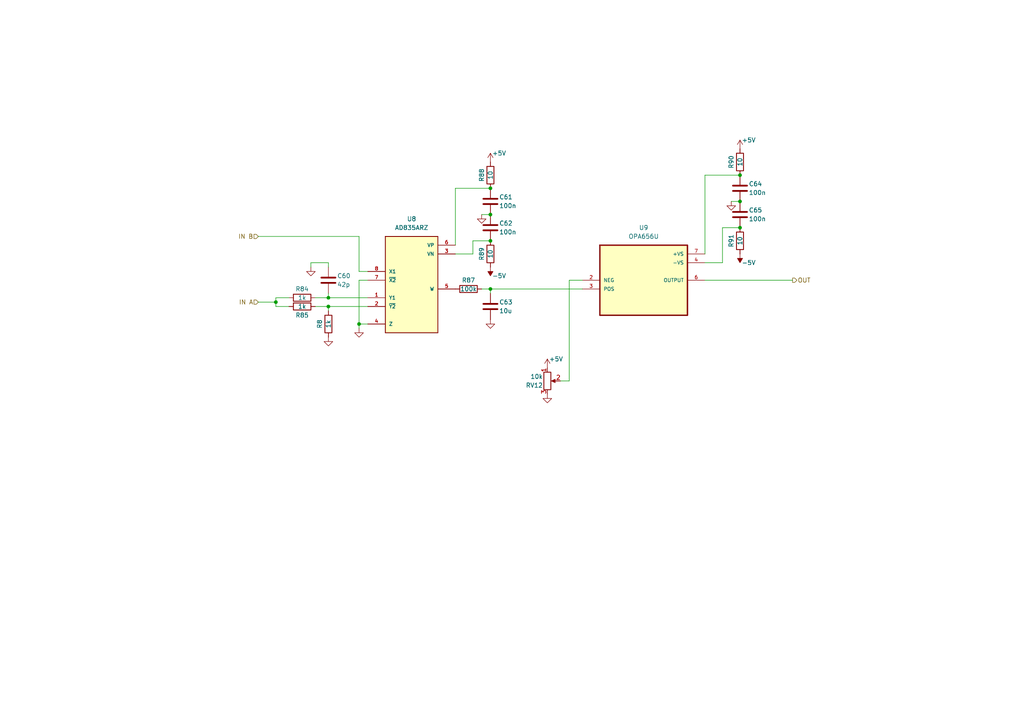
<source format=kicad_sch>
(kicad_sch (version 20230121) (generator eeschema)
  (paper "A4")
  (lib_symbols
    (symbol "AD835ARZ:AD835ARZ" (pin_names (offset 1.016))
      (property "Reference" "U" (at -7.6239 15.8832 0))
      (property "Value" "AD835ARZ" (at -7.6214 -15.2428 0))
      (symbol "AD835ARZ_0_0"
        (rectangle (start -7.62 -12.7) (end 7.62 15.24) (stroke (width 0.254)) (fill (type background)))
        (pin input line (at -12.7 -2.54 0) (length 5.08) (name "Y1") (number "1"))
        (pin input line (at -12.7 -5.08 0) (length 5.08) (name "~{Y2}") (number "2"))
        (pin power_in line (at 12.7 10.16 180) (length 5.08) (name "VN") (number "3"))
        (pin input line (at -12.7 -10.16 0) (length 5.08) (name "Z") (number "4"))
        (pin output line (at 12.7 0 180) (length 5.08) (name "W") (number "5"))
        (pin power_in line (at 12.7 12.7 180) (length 5.08) (name "VP") (number "6"))
        (pin input line (at -12.7 2.54 0) (length 5.08) (name "~{X2}") (number "7"))
        (pin input line (at -12.7 5.08 0) (length 5.08) (name "X1") (number "8"))
      )
    )
    (symbol "Device:C" (pin_numbers hide) (pin_names (offset 0.254))
      (property "Reference" "C" (at 0.635 2.54 0))
      (property "Value" "C" (at 0.635 -2.54 0))
      (symbol "C_0_1"
        (polyline (pts (xy -2.032 -0.762) (xy 2.032 -0.762)) (stroke (width 0.508)))
        (polyline (pts (xy -2.032 0.762) (xy 2.032 0.762)) (stroke (width 0.508)))
      )
      (symbol "C_1_1"
        (pin passive line (at 0 3.81 270) (length 2.794) (name "~") (number "1"))
        (pin passive line (at 0 -3.81 90) (length 2.794) (name "~") (number "2"))
      )
    )
    (symbol "Device:R" (pin_numbers hide) (pin_names (offset 0))
      (property "Reference" "R" (at 2.032 0 90))
      (property "Value" "R" (at 0 0 90))
      (symbol "R_0_1"
        (rectangle (start -1.016 -2.54) (end 1.016 2.54) (stroke (width 0.254)))
      )
      (symbol "R_1_1"
        (pin passive line (at 0 3.81 270) (length 1.27) (name "~") (number "1"))
        (pin passive line (at 0 -3.81 90) (length 1.27) (name "~") (number "2"))
      )
    )
    (symbol "Device:R_Potentiometer" (pin_names (offset 1.016) hide)
      (property "Reference" "RV" (at -4.445 0 90))
      (property "Value" "R_Potentiometer" (at -2.54 0 90))
      (symbol "R_Potentiometer_0_1"
        (polyline (pts (xy 2.54 0) (xy 1.524 0)))
        (polyline (pts (xy 1.143 0) (xy 2.286 0.508) (xy 2.286 -0.508) (xy 1.143 0)) (fill (type outline)))
        (rectangle (start 1.016 2.54) (end -1.016 -2.54) (stroke (width 0.254)))
      )
      (symbol "R_Potentiometer_1_1"
        (pin passive line (at 0 3.81 270) (length 1.27) (name "1") (number "1"))
        (pin passive line (at 3.81 0 180) (length 1.27) (name "2") (number "2"))
        (pin passive line (at 0 -3.81 90) (length 1.27) (name "3") (number "3"))
      )
    )
    (symbol "OPA656U:OPA656U" (pin_names (offset 1.016))
      (property "Reference" "U" (at -12.7 11.16 0))
      (property "Value" "OPA656U" (at -12.7 -14.16 0))
      (symbol "OPA656U_0_0"
        (rectangle (start -12.7 -10.16) (end 12.7 10.16) (stroke (width 0.41)) (fill (type background)))
        (pin input line (at -17.78 0 0) (length 5.08) (name "NEG") (number "2"))
        (pin input line (at -17.78 -2.54 0) (length 5.08) (name "POS") (number "3"))
        (pin power_in line (at 17.78 5.08 180) (length 5.08) (name "-VS") (number "4"))
        (pin output line (at 17.78 0 180) (length 5.08) (name "OUTPUT") (number "6"))
        (pin power_in line (at 17.78 7.62 180) (length 5.08) (name "+VS") (number "7"))
      )
    )
    (symbol "power:+5V" (power) (pin_names (offset 0))
      (property "Value" "+5V" (at 0 3.556 0))
      (symbol "+5V_0_1"
        (polyline (pts (xy -0.762 1.27) (xy 0 2.54)))
        (polyline (pts (xy 0 0) (xy 0 2.54)))
        (polyline (pts (xy 0 2.54) (xy 0.762 1.27)))
      )
      (symbol "+5V_1_1"
        (pin power_in line (at 0 0 90) (length 0) hide (name "+5V") (number "1"))
      )
    )
    (symbol "power:-5V" (power) (pin_names (offset 0))
      (property "Value" "-5V" (at 0 3.81 0))
      (symbol "-5V_0_0"
        (pin power_in line (at 0 0 90) (length 0) hide (name "-5V") (number "1"))
      )
      (symbol "-5V_0_1"
        (polyline (pts (xy 0 0) (xy 0 1.27) (xy 0.762 1.27) (xy 0 2.54) (xy -0.762 1.27) (xy 0 1.27)) (fill (type outline)))
      )
    )
    (symbol "power:GND" (power) (pin_names (offset 0))
      (property "Value" "GND" (at 0 -3.81 0))
      (symbol "GND_0_1"
        (polyline (pts (xy 0 0) (xy 0 -1.27) (xy 1.27 -1.27) (xy 0 -2.54) (xy -1.27 -1.27) (xy 0 -1.27)))
      )
      (symbol "GND_1_1"
        (pin power_in line (at 0 0 270) (length 0) hide (name "GND") (number "1"))
      )
    )
  )
  (junction (at 214.63 50.8))
  (junction (at 80.01 87.63))
  (junction (at 214.63 66.04))
  (junction (at 142.24 69.85))
  (junction (at 142.24 83.82))
  (junction (at 214.63 58.42))
  (junction (at 95.25 86.36))
  (junction (at 142.24 62.23))
  (junction (at 95.25 88.9))
  (junction (at 104.14 93.98))
  (junction (at 142.24 54.61))
  (wire (pts (xy 204.47 50.8) (xy 214.63 50.8)))
  (wire (pts (xy 95.25 88.9) (xy 95.25 90.17)))
  (wire (pts (xy 212.09 58.42) (xy 214.63 58.42)))
  (wire (pts (xy 91.44 88.9) (xy 95.25 88.9)))
  (wire (pts (xy 74.93 68.58) (xy 104.14 68.58)))
  (wire (pts (xy 80.01 87.63) (xy 80.01 88.9)))
  (wire (pts (xy 137.16 73.66) (xy 132.08 73.66)))
  (wire (pts (xy 165.1 110.49) (xy 165.1 81.28)))
  (wire (pts (xy 162.56 110.49) (xy 165.1 110.49)))
  (wire (pts (xy 142.24 83.82) (xy 142.24 85.09)))
  (wire (pts (xy 106.68 81.28) (xy 104.14 81.28)))
  (wire (pts (xy 132.08 54.61) (xy 142.24 54.61)))
  (wire (pts (xy 95.25 85.09) (xy 95.25 86.36)))
  (wire (pts (xy 142.24 83.82) (xy 168.91 83.82)))
  (wire (pts (xy 106.68 93.98) (xy 104.14 93.98)))
  (wire (pts (xy 204.47 81.28) (xy 229.87 81.28)))
  (wire (pts (xy 95.25 88.9) (xy 106.68 88.9)))
  (wire (pts (xy 80.01 88.9) (xy 83.82 88.9)))
  (wire (pts (xy 104.14 78.74) (xy 106.68 78.74)))
  (wire (pts (xy 209.55 66.04) (xy 214.63 66.04)))
  (wire (pts (xy 83.82 86.36) (xy 80.01 86.36)))
  (wire (pts (xy 95.25 77.47) (xy 95.25 76.2)))
  (wire (pts (xy 139.7 83.82) (xy 142.24 83.82)))
  (wire (pts (xy 90.17 76.2) (xy 95.25 76.2)))
  (wire (pts (xy 137.16 69.85) (xy 142.24 69.85)))
  (wire (pts (xy 104.14 81.28) (xy 104.14 93.98)))
  (wire (pts (xy 74.93 87.63) (xy 80.01 87.63)))
  (wire (pts (xy 165.1 81.28) (xy 168.91 81.28)))
  (wire (pts (xy 104.14 68.58) (xy 104.14 78.74)))
  (wire (pts (xy 204.47 50.8) (xy 204.47 73.66)))
  (wire (pts (xy 132.08 54.61) (xy 132.08 71.12)))
  (wire (pts (xy 209.55 66.04) (xy 209.55 76.2)))
  (wire (pts (xy 90.17 76.2) (xy 90.17 77.47)))
  (wire (pts (xy 139.7 62.23) (xy 142.24 62.23)))
  (wire (pts (xy 95.25 86.36) (xy 106.68 86.36)))
  (wire (pts (xy 104.14 93.98) (xy 104.14 95.25)))
  (wire (pts (xy 137.16 69.85) (xy 137.16 73.66)))
  (wire (pts (xy 80.01 86.36) (xy 80.01 87.63)))
  (wire (pts (xy 209.55 76.2) (xy 204.47 76.2)))
  (wire (pts (xy 91.44 86.36) (xy 95.25 86.36)))
  (hierarchical_label "IN B" (shape input) (at 74.93 68.58 180))
  (hierarchical_label "IN A" (shape input) (at 74.93 87.63 180))
  (hierarchical_label "OUT" (shape output) (at 229.87 81.28 0))
  (symbol (lib_id "Device:C") (at 142.24 66.04 0) (unit 1)
    (property "Reference" "C62" (at 144.78 64.77 0) (effects (justify left)))
    (property "Value" "100n" (at 144.78 67.31 0) (effects (justify left)))
    (property "Footprint" "Capacitor_SMD:C_1206_3216Metric" (effects hide))
  )
  (symbol (lib_id "Device:C") (at 142.24 58.42 0) (unit 1)
    (property "Reference" "C61" (at 144.78 57.15 0) (effects (justify left)))
    (property "Value" "100n" (at 144.78 59.69 0) (effects (justify left)))
    (property "Footprint" "Capacitor_SMD:C_1206_3216Metric" (effects hide))
  )
  (symbol (lib_id "Device:R") (at 142.24 50.8 180) (unit 1)
    (property "Reference" "R88" (at 139.7 50.8 90))
    (property "Value" "10" (at 142.24 50.8 90))
    (property "Footprint" "Resistor_SMD:R_1206_3216Metric_Pad1.30x1.75mm_HandSolder" (effects hide))
  )
  (symbol (lib_id "Device:R") (at 214.63 46.99 180) (unit 1)
    (property "Reference" "R90" (at 212.09 46.99 90))
    (property "Value" "10" (at 214.63 46.99 90))
    (property "Footprint" "Resistor_SMD:R_1206_3216Metric_Pad1.30x1.75mm_HandSolder" (effects hide))
  )
  (symbol (lib_id "Device:R") (at 87.63 86.36 90) (unit 1)
    (property "Reference" "R84" (at 87.63 83.82 90))
    (property "Value" "1k" (at 87.63 86.36 90))
    (property "Footprint" "Resistor_SMD:R_1206_3216Metric_Pad1.30x1.75mm_HandSolder" (effects hide))
  )
  (symbol (lib_id "power:GND") (at 212.09 58.42 0) (unit 1)
    (property "Reference" "#PWR062" (effects hide))
    (property "Value" "GND" (effects hide))
  )
  (symbol (lib_id "power:GND") (at 95.25 97.79 0) (unit 1)
    (property "Reference" "#PWR054" (effects hide))
    (property "Value" "GND" (effects hide))
  )
  (symbol (lib_id "power:GND") (at 90.17 77.47 0) (unit 1)
    (property "Reference" "#PWR053" (effects hide))
    (property "Value" "GND" (effects hide))
  )
  (symbol (lib_id "power:+5V") (at 214.63 43.18 0) (unit 1)
    (property "Reference" "#PWR063" (effects hide))
    (property "Value" "+5V" (at 217.17 40.64 0))
  )
  (symbol (lib_id "Device:C") (at 142.24 88.9 0) (unit 1)
    (property "Reference" "C63" (at 144.78 87.63 0) (effects (justify left)))
    (property "Value" "10u" (at 144.78 90.17 0) (effects (justify left)))
    (property "Footprint" "Capacitor_SMD:C_1210_3225Metric" (effects hide))
  )
  (symbol (lib_id "power:+5V") (at 158.75 106.68 0) (unit 1)
    (property "Reference" "#PWR060" (effects hide))
    (property "Value" "+5V" (at 161.29 104.14 0))
  )
  (symbol (lib_id "Device:C") (at 214.63 54.61 0) (unit 1)
    (property "Reference" "C64" (at 217.17 53.34 0) (effects (justify left)))
    (property "Value" "100n" (at 217.17 55.88 0) (effects (justify left)))
    (property "Footprint" "Capacitor_SMD:C_1206_3216Metric" (effects hide))
  )
  (symbol (lib_id "Device:C") (at 95.25 81.28 0) (unit 1)
    (property "Reference" "C60" (at 97.79 80.01 0) (effects (justify left)))
    (property "Value" "42p" (at 97.79 82.55 0) (effects (justify left)))
    (property "Footprint" "Capacitor_SMD:C_1206_3216Metric" (effects hide))
  )
  (symbol (lib_id "Device:R") (at 135.89 83.82 90) (unit 1)
    (property "Reference" "R87" (at 135.89 81.28 90))
    (property "Value" "100k" (at 135.89 83.82 90))
    (property "Footprint" "Resistor_SMD:R_1206_3216Metric_Pad1.30x1.75mm_HandSolder" (effects hide))
  )
  (symbol (lib_id "Device:R") (at 142.24 73.66 180) (unit 1)
    (property "Reference" "R89" (at 139.7 73.66 90))
    (property "Value" "10" (at 142.24 73.66 90))
    (property "Footprint" "Resistor_SMD:R_1206_3216Metric_Pad1.30x1.75mm_HandSolder" (effects hide))
  )
  (symbol (lib_id "Device:R") (at 87.63 88.9 90) (unit 1)
    (property "Reference" "R85" (at 87.63 91.44 90))
    (property "Value" "1k" (at 87.63 88.9 90))
    (property "Footprint" "Resistor_SMD:R_1206_3216Metric_Pad1.30x1.75mm_HandSolder" (effects hide))
  )
  (symbol (lib_id "power:GND") (at 104.14 95.25 0) (unit 1)
    (property "Reference" "#PWR055" (effects hide))
    (property "Value" "GND" (effects hide))
  )
  (symbol (lib_id "power:-5V") (at 214.63 73.66 180) (unit 1)
    (property "Reference" "#PWR064" (effects hide))
    (property "Value" "-5V" (at 217.17 76.2 0))
  )
  (symbol (lib_id "power:-5V") (at 142.24 77.47 180) (unit 1)
    (property "Reference" "#PWR058" (effects hide))
    (property "Value" "-5V" (at 144.78 80.01 0))
  )
  (symbol (lib_id "Device:R_Potentiometer") (at 158.75 110.49 0) (unit 1)
    (property "Reference" "RV12" (at 157.48 111.76 0) (effects (justify right)))
    (property "Value" "10k" (at 157.48 109.22 0) (effects (justify right)))
    (property "Footprint" "Potentiometer_THT:Potentiometer_Bourns_3296Y_Vertical" (effects hide))
  )
  (symbol (lib_id "power:+5V") (at 142.24 46.99 0) (unit 1)
    (property "Reference" "#PWR057" (effects hide))
    (property "Value" "+5V" (at 144.78 44.45 0))
  )
  (symbol (lib_id "Device:R") (at 214.63 69.85 180) (unit 1)
    (property "Reference" "R91" (at 212.09 69.85 90))
    (property "Value" "10" (at 214.63 69.85 90))
    (property "Footprint" "Resistor_SMD:R_1206_3216Metric_Pad1.30x1.75mm_HandSolder" (effects hide))
  )
  (symbol (lib_id "power:GND") (at 142.24 92.71 0) (unit 1)
    (property "Reference" "#PWR059" (effects hide))
    (property "Value" "GND" (effects hide))
  )
  (symbol (lib_id "power:GND") (at 139.7 62.23 0) (unit 1)
    (property "Reference" "#PWR056" (effects hide))
    (property "Value" "GND" (effects hide))
  )
  (symbol (lib_id "Device:R") (at 95.25 93.98 180) (unit 1)
    (property "Reference" "R8" (at 92.71 93.98 90))
    (property "Value" "1k" (at 95.25 93.98 90))
    (property "Footprint" "Resistor_SMD:R_1206_3216Metric_Pad1.30x1.75mm_HandSolder" (effects hide))
  )
  (symbol (lib_id "OPA656U:OPA656U") (at 186.69 81.28 0) (unit 1)
    (property "Reference" "U9" (at 186.69 66.04 0))
    (property "Value" "OPA656U" (at 186.69 68.58 0))
    (property "Footprint" "Package_SO:SOIC-8_3.9x4.9mm_P1.27mm" (effects hide))
    (property "MF" "Texas Instruments" (effects hide))
    (property "Description" "\n                        \n                            Wideband, Unity Gain Stable FET-Input Operational Amplifier\n                        \n" (effects hide))
    (property "Package" "SOIC-8 Texas Instruments" (effects hide))
    (property "Price" "None" (effects hide))
    (property "SnapEDA_Link" "https://www.snapeda.com/parts/OPA656U/Texas+Instruments/view-part/?ref=snap" (effects hide))
    (property "MP" "OPA656U" (effects hide))
    (property "Availability" "In Stock" (effects hide))
    (property "Check_prices" "https://www.snapeda.com/parts/OPA656U/Texas+Instruments/view-part/?ref=eda" (effects hide))
  )
  (symbol (lib_id "AD835ARZ:AD835ARZ") (at 119.38 83.82 0) (unit 1)
    (property "Reference" "U8" (at 119.38 63.5 0))
    (property "Value" "AD835ARZ" (at 119.38 66.04 0))
    (property "Footprint" "Package_SO:SOIC-8_3.9x4.9mm_P1.27mm" (effects hide))
    (property "MF" "Analog Devices" (effects hide))
    (property "Description" "\n                        \n                            250 MHz, Voltage Output 4-Quadrant Multiplier\n                        \n" (effects hide))
    (property "PACKAGE" "SOIC-8" (effects hide))
    (property "Price" "None" (effects hide))
    (property "Package" "SOIC-8 Analog Devices" (effects hide))
    (property "Check_prices" "https://www.snapeda.com/parts/AD835ARZ/Analog+Devices/view-part/?ref=eda" (effects hide))
    (property "STANDARD" "IPC-7351B" (effects hide))
    (property "PARTREV" "E" (effects hide))
    (property "SnapEDA_Link" "https://www.snapeda.com/parts/AD835ARZ/Analog+Devices/view-part/?ref=snap" (effects hide))
    (property "MP" "AD835ARZ" (effects hide))
    (property "Availability" "In Stock" (effects hide))
    (property "MANUFACTURER" "Analog Devices" (effects hide))
  )
  (symbol (lib_id "Device:C") (at 214.63 62.23 0) (unit 1)
    (property "Reference" "C65" (at 217.17 60.96 0) (effects (justify left)))
    (property "Value" "100n" (at 217.17 63.5 0) (effects (justify left)))
    (property "Footprint" "Capacitor_SMD:C_1206_3216Metric" (effects hide))
  )
  (symbol (lib_id "power:GND") (at 158.75 114.3 0) (unit 1)
    (property "Reference" "#PWR061" (effects hide))
    (property "Value" "GND" (effects hide))
  )
)
</source>
